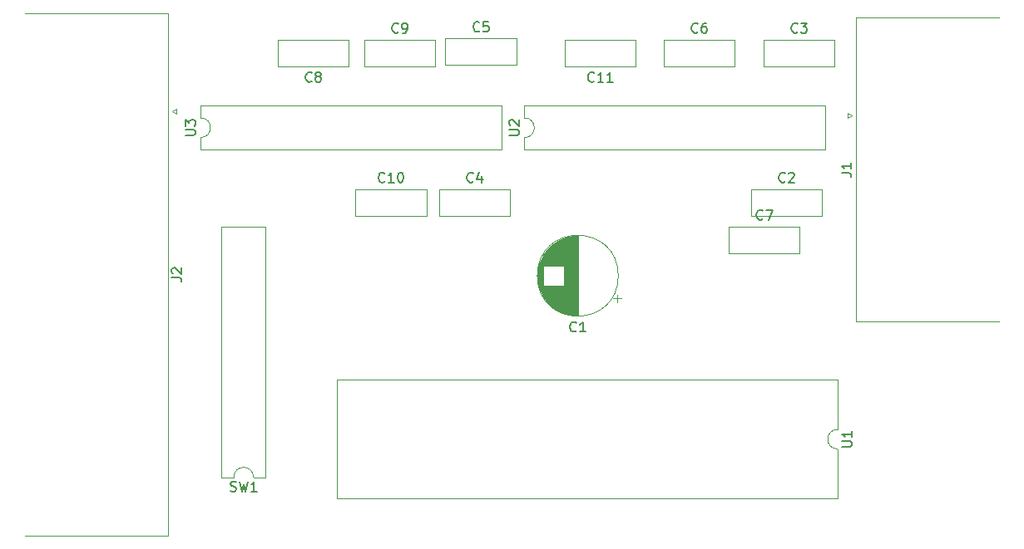
<source format=gbr>
G04 #@! TF.GenerationSoftware,KiCad,Pcbnew,5.0.2-bee76a0~70~ubuntu16.04.1*
G04 #@! TF.CreationDate,2022-01-23T08:06:22+01:00*
G04 #@! TF.ProjectId,SyncDongle,53796e63-446f-46e6-976c-652e6b696361,rev?*
G04 #@! TF.SameCoordinates,Original*
G04 #@! TF.FileFunction,Legend,Top*
G04 #@! TF.FilePolarity,Positive*
%FSLAX46Y46*%
G04 Gerber Fmt 4.6, Leading zero omitted, Abs format (unit mm)*
G04 Created by KiCad (PCBNEW 5.0.2-bee76a0~70~ubuntu16.04.1) date sön 23 jan 2022 08:06:22*
%MOMM*%
%LPD*%
G01*
G04 APERTURE LIST*
%ADD10C,0.120000*%
%ADD11C,0.150000*%
G04 APERTURE END LIST*
D10*
G04 #@! TO.C,C1*
X154268920Y-58265060D02*
G75*
G03X154268920Y-58265060I-4120000J0D01*
G01*
X150148920Y-62345060D02*
X150148920Y-54185060D01*
X150108920Y-62345060D02*
X150108920Y-54185060D01*
X150068920Y-62345060D02*
X150068920Y-54185060D01*
X150028920Y-62344060D02*
X150028920Y-54186060D01*
X149988920Y-62342060D02*
X149988920Y-54188060D01*
X149948920Y-62341060D02*
X149948920Y-54189060D01*
X149908920Y-62339060D02*
X149908920Y-54191060D01*
X149868920Y-62336060D02*
X149868920Y-54194060D01*
X149828920Y-62333060D02*
X149828920Y-54197060D01*
X149788920Y-62330060D02*
X149788920Y-54200060D01*
X149748920Y-62326060D02*
X149748920Y-54204060D01*
X149708920Y-62322060D02*
X149708920Y-54208060D01*
X149668920Y-62317060D02*
X149668920Y-54213060D01*
X149628920Y-62313060D02*
X149628920Y-54217060D01*
X149588920Y-62307060D02*
X149588920Y-54223060D01*
X149548920Y-62302060D02*
X149548920Y-54228060D01*
X149508920Y-62295060D02*
X149508920Y-54235060D01*
X149468920Y-62289060D02*
X149468920Y-54241060D01*
X149427920Y-62282060D02*
X149427920Y-54248060D01*
X149387920Y-62275060D02*
X149387920Y-54255060D01*
X149347920Y-62267060D02*
X149347920Y-54263060D01*
X149307920Y-62259060D02*
X149307920Y-54271060D01*
X149267920Y-62250060D02*
X149267920Y-54280060D01*
X149227920Y-62241060D02*
X149227920Y-54289060D01*
X149187920Y-62232060D02*
X149187920Y-54298060D01*
X149147920Y-62222060D02*
X149147920Y-54308060D01*
X149107920Y-62212060D02*
X149107920Y-54318060D01*
X149067920Y-62201060D02*
X149067920Y-54329060D01*
X149027920Y-62190060D02*
X149027920Y-54340060D01*
X148987920Y-62179060D02*
X148987920Y-54351060D01*
X148947920Y-62167060D02*
X148947920Y-54363060D01*
X148907920Y-62154060D02*
X148907920Y-54376060D01*
X148867920Y-62142060D02*
X148867920Y-54388060D01*
X148827920Y-62128060D02*
X148827920Y-54402060D01*
X148787920Y-62115060D02*
X148787920Y-54415060D01*
X148747920Y-62100060D02*
X148747920Y-54430060D01*
X148707920Y-62086060D02*
X148707920Y-54444060D01*
X148667920Y-62070060D02*
X148667920Y-59305060D01*
X148667920Y-57225060D02*
X148667920Y-54460060D01*
X148627920Y-62055060D02*
X148627920Y-59305060D01*
X148627920Y-57225060D02*
X148627920Y-54475060D01*
X148587920Y-62039060D02*
X148587920Y-59305060D01*
X148587920Y-57225060D02*
X148587920Y-54491060D01*
X148547920Y-62022060D02*
X148547920Y-59305060D01*
X148547920Y-57225060D02*
X148547920Y-54508060D01*
X148507920Y-62005060D02*
X148507920Y-59305060D01*
X148507920Y-57225060D02*
X148507920Y-54525060D01*
X148467920Y-61987060D02*
X148467920Y-59305060D01*
X148467920Y-57225060D02*
X148467920Y-54543060D01*
X148427920Y-61969060D02*
X148427920Y-59305060D01*
X148427920Y-57225060D02*
X148427920Y-54561060D01*
X148387920Y-61951060D02*
X148387920Y-59305060D01*
X148387920Y-57225060D02*
X148387920Y-54579060D01*
X148347920Y-61931060D02*
X148347920Y-59305060D01*
X148347920Y-57225060D02*
X148347920Y-54599060D01*
X148307920Y-61912060D02*
X148307920Y-59305060D01*
X148307920Y-57225060D02*
X148307920Y-54618060D01*
X148267920Y-61892060D02*
X148267920Y-59305060D01*
X148267920Y-57225060D02*
X148267920Y-54638060D01*
X148227920Y-61871060D02*
X148227920Y-59305060D01*
X148227920Y-57225060D02*
X148227920Y-54659060D01*
X148187920Y-61849060D02*
X148187920Y-59305060D01*
X148187920Y-57225060D02*
X148187920Y-54681060D01*
X148147920Y-61827060D02*
X148147920Y-59305060D01*
X148147920Y-57225060D02*
X148147920Y-54703060D01*
X148107920Y-61805060D02*
X148107920Y-59305060D01*
X148107920Y-57225060D02*
X148107920Y-54725060D01*
X148067920Y-61782060D02*
X148067920Y-59305060D01*
X148067920Y-57225060D02*
X148067920Y-54748060D01*
X148027920Y-61758060D02*
X148027920Y-59305060D01*
X148027920Y-57225060D02*
X148027920Y-54772060D01*
X147987920Y-61734060D02*
X147987920Y-59305060D01*
X147987920Y-57225060D02*
X147987920Y-54796060D01*
X147947920Y-61709060D02*
X147947920Y-59305060D01*
X147947920Y-57225060D02*
X147947920Y-54821060D01*
X147907920Y-61683060D02*
X147907920Y-59305060D01*
X147907920Y-57225060D02*
X147907920Y-54847060D01*
X147867920Y-61657060D02*
X147867920Y-59305060D01*
X147867920Y-57225060D02*
X147867920Y-54873060D01*
X147827920Y-61630060D02*
X147827920Y-59305060D01*
X147827920Y-57225060D02*
X147827920Y-54900060D01*
X147787920Y-61603060D02*
X147787920Y-59305060D01*
X147787920Y-57225060D02*
X147787920Y-54927060D01*
X147747920Y-61574060D02*
X147747920Y-59305060D01*
X147747920Y-57225060D02*
X147747920Y-54956060D01*
X147707920Y-61545060D02*
X147707920Y-59305060D01*
X147707920Y-57225060D02*
X147707920Y-54985060D01*
X147667920Y-61515060D02*
X147667920Y-59305060D01*
X147667920Y-57225060D02*
X147667920Y-55015060D01*
X147627920Y-61485060D02*
X147627920Y-59305060D01*
X147627920Y-57225060D02*
X147627920Y-55045060D01*
X147587920Y-61454060D02*
X147587920Y-59305060D01*
X147587920Y-57225060D02*
X147587920Y-55076060D01*
X147547920Y-61421060D02*
X147547920Y-59305060D01*
X147547920Y-57225060D02*
X147547920Y-55109060D01*
X147507920Y-61389060D02*
X147507920Y-59305060D01*
X147507920Y-57225060D02*
X147507920Y-55141060D01*
X147467920Y-61355060D02*
X147467920Y-59305060D01*
X147467920Y-57225060D02*
X147467920Y-55175060D01*
X147427920Y-61320060D02*
X147427920Y-59305060D01*
X147427920Y-57225060D02*
X147427920Y-55210060D01*
X147387920Y-61284060D02*
X147387920Y-59305060D01*
X147387920Y-57225060D02*
X147387920Y-55246060D01*
X147347920Y-61248060D02*
X147347920Y-59305060D01*
X147347920Y-57225060D02*
X147347920Y-55282060D01*
X147307920Y-61210060D02*
X147307920Y-59305060D01*
X147307920Y-57225060D02*
X147307920Y-55320060D01*
X147267920Y-61172060D02*
X147267920Y-59305060D01*
X147267920Y-57225060D02*
X147267920Y-55358060D01*
X147227920Y-61132060D02*
X147227920Y-59305060D01*
X147227920Y-57225060D02*
X147227920Y-55398060D01*
X147187920Y-61091060D02*
X147187920Y-59305060D01*
X147187920Y-57225060D02*
X147187920Y-55439060D01*
X147147920Y-61049060D02*
X147147920Y-59305060D01*
X147147920Y-57225060D02*
X147147920Y-55481060D01*
X147107920Y-61006060D02*
X147107920Y-59305060D01*
X147107920Y-57225060D02*
X147107920Y-55524060D01*
X147067920Y-60962060D02*
X147067920Y-59305060D01*
X147067920Y-57225060D02*
X147067920Y-55568060D01*
X147027920Y-60916060D02*
X147027920Y-59305060D01*
X147027920Y-57225060D02*
X147027920Y-55614060D01*
X146987920Y-60869060D02*
X146987920Y-59305060D01*
X146987920Y-57225060D02*
X146987920Y-55661060D01*
X146947920Y-60821060D02*
X146947920Y-59305060D01*
X146947920Y-57225060D02*
X146947920Y-55709060D01*
X146907920Y-60770060D02*
X146907920Y-59305060D01*
X146907920Y-57225060D02*
X146907920Y-55760060D01*
X146867920Y-60719060D02*
X146867920Y-59305060D01*
X146867920Y-57225060D02*
X146867920Y-55811060D01*
X146827920Y-60665060D02*
X146827920Y-59305060D01*
X146827920Y-57225060D02*
X146827920Y-55865060D01*
X146787920Y-60610060D02*
X146787920Y-59305060D01*
X146787920Y-57225060D02*
X146787920Y-55920060D01*
X146747920Y-60552060D02*
X146747920Y-59305060D01*
X146747920Y-57225060D02*
X146747920Y-55978060D01*
X146707920Y-60493060D02*
X146707920Y-59305060D01*
X146707920Y-57225060D02*
X146707920Y-56037060D01*
X146667920Y-60431060D02*
X146667920Y-59305060D01*
X146667920Y-57225060D02*
X146667920Y-56099060D01*
X146627920Y-60367060D02*
X146627920Y-59305060D01*
X146627920Y-57225060D02*
X146627920Y-56163060D01*
X146587920Y-60299060D02*
X146587920Y-56231060D01*
X146547920Y-60229060D02*
X146547920Y-56301060D01*
X146507920Y-60155060D02*
X146507920Y-56375060D01*
X146467920Y-60078060D02*
X146467920Y-56452060D01*
X146427920Y-59996060D02*
X146427920Y-56534060D01*
X146387920Y-59910060D02*
X146387920Y-56620060D01*
X146347920Y-59817060D02*
X146347920Y-56713060D01*
X146307920Y-59718060D02*
X146307920Y-56812060D01*
X146267920Y-59611060D02*
X146267920Y-56919060D01*
X146227920Y-59494060D02*
X146227920Y-57036060D01*
X146187920Y-59363060D02*
X146187920Y-57167060D01*
X146147920Y-59213060D02*
X146147920Y-57317060D01*
X146107920Y-59033060D02*
X146107920Y-57497060D01*
X146067920Y-58798060D02*
X146067920Y-57732060D01*
X154558618Y-60580060D02*
X153758618Y-60580060D01*
X154158618Y-60980060D02*
X154158618Y-60180060D01*
G04 #@! TO.C,C2*
X175030000Y-49430000D02*
X175030000Y-52170000D01*
X167790000Y-49430000D02*
X167790000Y-52170000D01*
X167790000Y-52170000D02*
X175030000Y-52170000D01*
X167790000Y-49430000D02*
X175030000Y-49430000D01*
G04 #@! TO.C,C3*
X169060000Y-34190000D02*
X176300000Y-34190000D01*
X169060000Y-36930000D02*
X176300000Y-36930000D01*
X169060000Y-34190000D02*
X169060000Y-36930000D01*
X176300000Y-34190000D02*
X176300000Y-36930000D01*
G04 #@! TO.C,C4*
X143280000Y-49430000D02*
X143280000Y-52170000D01*
X136040000Y-49430000D02*
X136040000Y-52170000D01*
X136040000Y-52170000D02*
X143280000Y-52170000D01*
X136040000Y-49430000D02*
X143280000Y-49430000D01*
G04 #@! TO.C,C5*
X136675000Y-34063000D02*
X143915000Y-34063000D01*
X136675000Y-36803000D02*
X143915000Y-36803000D01*
X136675000Y-34063000D02*
X136675000Y-36803000D01*
X143915000Y-34063000D02*
X143915000Y-36803000D01*
G04 #@! TO.C,C6*
X158900000Y-34190000D02*
X166140000Y-34190000D01*
X158900000Y-36930000D02*
X166140000Y-36930000D01*
X158900000Y-34190000D02*
X158900000Y-36930000D01*
X166140000Y-34190000D02*
X166140000Y-36930000D01*
G04 #@! TO.C,C7*
X172744000Y-53240000D02*
X172744000Y-55980000D01*
X165504000Y-53240000D02*
X165504000Y-55980000D01*
X165504000Y-55980000D02*
X172744000Y-55980000D01*
X165504000Y-53240000D02*
X172744000Y-53240000D01*
G04 #@! TO.C,C8*
X119610000Y-36930000D02*
X119610000Y-34190000D01*
X126850000Y-36930000D02*
X126850000Y-34190000D01*
X126850000Y-34190000D02*
X119610000Y-34190000D01*
X126850000Y-36930000D02*
X119610000Y-36930000D01*
G04 #@! TO.C,C9*
X128420000Y-34190000D02*
X135660000Y-34190000D01*
X128420000Y-36930000D02*
X135660000Y-36930000D01*
X128420000Y-34190000D02*
X128420000Y-36930000D01*
X135660000Y-34190000D02*
X135660000Y-36930000D01*
G04 #@! TO.C,C10*
X127513220Y-49430000D02*
X134753220Y-49430000D01*
X127513220Y-52170000D02*
X134753220Y-52170000D01*
X127513220Y-49430000D02*
X127513220Y-52170000D01*
X134753220Y-49430000D02*
X134753220Y-52170000D01*
G04 #@! TO.C,C11*
X148820000Y-36930000D02*
X148820000Y-34190000D01*
X156060000Y-36930000D02*
X156060000Y-34190000D01*
X156060000Y-34190000D02*
X148820000Y-34190000D01*
X156060000Y-36930000D02*
X148820000Y-36930000D01*
G04 #@! TO.C,J1*
X193020000Y-62935000D02*
X178480000Y-62935000D01*
X178480000Y-62935000D02*
X178480000Y-31965000D01*
X178480000Y-31965000D02*
X193020000Y-31965000D01*
X177585662Y-42160000D02*
X177585662Y-41660000D01*
X177585662Y-41660000D02*
X178018675Y-41910000D01*
X178018675Y-41910000D02*
X177585662Y-42160000D01*
G04 #@! TO.C,J2*
X93880620Y-31508520D02*
X108420620Y-31508520D01*
X108420620Y-31508520D02*
X108420620Y-84728520D01*
X108420620Y-84728520D02*
X93880620Y-84728520D01*
X109314958Y-41248520D02*
X109314958Y-41748520D01*
X109314958Y-41748520D02*
X108881945Y-41498520D01*
X108881945Y-41498520D02*
X109314958Y-41248520D01*
G04 #@! TO.C,SW1*
X115136420Y-78800000D02*
G75*
G02X117136420Y-78800000I1000000J0D01*
G01*
X117136420Y-78800000D02*
X118386420Y-78800000D01*
X118386420Y-78800000D02*
X118386420Y-53280000D01*
X118386420Y-53280000D02*
X113886420Y-53280000D01*
X113886420Y-53280000D02*
X113886420Y-78800000D01*
X113886420Y-78800000D02*
X115136420Y-78800000D01*
G04 #@! TO.C,U1*
X176590000Y-75930000D02*
G75*
G02X176590000Y-73930000I0J1000000D01*
G01*
X176590000Y-73930000D02*
X176590000Y-68870000D01*
X176590000Y-68870000D02*
X125670000Y-68870000D01*
X125670000Y-68870000D02*
X125670000Y-80990000D01*
X125670000Y-80990000D02*
X176590000Y-80990000D01*
X176590000Y-80990000D02*
X176590000Y-75930000D01*
G04 #@! TO.C,U2*
X144720000Y-42180000D02*
G75*
G02X144720000Y-44180000I0J-1000000D01*
G01*
X144720000Y-44180000D02*
X144720000Y-45430000D01*
X144720000Y-45430000D02*
X175320000Y-45430000D01*
X175320000Y-45430000D02*
X175320000Y-40930000D01*
X175320000Y-40930000D02*
X144720000Y-40930000D01*
X144720000Y-40930000D02*
X144720000Y-42180000D01*
G04 #@! TO.C,U3*
X111760960Y-40930000D02*
X111760960Y-42180000D01*
X142360960Y-40930000D02*
X111760960Y-40930000D01*
X142360960Y-45430000D02*
X142360960Y-40930000D01*
X111760960Y-45430000D02*
X142360960Y-45430000D01*
X111760960Y-44180000D02*
X111760960Y-45430000D01*
X111760960Y-42180000D02*
G75*
G02X111760960Y-44180000I0J-1000000D01*
G01*
G04 #@! TO.C,C1*
D11*
X149982253Y-63872202D02*
X149934634Y-63919821D01*
X149791777Y-63967440D01*
X149696539Y-63967440D01*
X149553681Y-63919821D01*
X149458443Y-63824583D01*
X149410824Y-63729345D01*
X149363205Y-63538869D01*
X149363205Y-63396012D01*
X149410824Y-63205536D01*
X149458443Y-63110298D01*
X149553681Y-63015060D01*
X149696539Y-62967440D01*
X149791777Y-62967440D01*
X149934634Y-63015060D01*
X149982253Y-63062679D01*
X150934634Y-63967440D02*
X150363205Y-63967440D01*
X150648920Y-63967440D02*
X150648920Y-62967440D01*
X150553681Y-63110298D01*
X150458443Y-63205536D01*
X150363205Y-63253155D01*
G04 #@! TO.C,C2*
X171243333Y-48657142D02*
X171195714Y-48704761D01*
X171052857Y-48752380D01*
X170957619Y-48752380D01*
X170814761Y-48704761D01*
X170719523Y-48609523D01*
X170671904Y-48514285D01*
X170624285Y-48323809D01*
X170624285Y-48180952D01*
X170671904Y-47990476D01*
X170719523Y-47895238D01*
X170814761Y-47800000D01*
X170957619Y-47752380D01*
X171052857Y-47752380D01*
X171195714Y-47800000D01*
X171243333Y-47847619D01*
X171624285Y-47847619D02*
X171671904Y-47800000D01*
X171767142Y-47752380D01*
X172005238Y-47752380D01*
X172100476Y-47800000D01*
X172148095Y-47847619D01*
X172195714Y-47942857D01*
X172195714Y-48038095D01*
X172148095Y-48180952D01*
X171576666Y-48752380D01*
X172195714Y-48752380D01*
G04 #@! TO.C,C3*
X172513333Y-33417142D02*
X172465714Y-33464761D01*
X172322857Y-33512380D01*
X172227619Y-33512380D01*
X172084761Y-33464761D01*
X171989523Y-33369523D01*
X171941904Y-33274285D01*
X171894285Y-33083809D01*
X171894285Y-32940952D01*
X171941904Y-32750476D01*
X171989523Y-32655238D01*
X172084761Y-32560000D01*
X172227619Y-32512380D01*
X172322857Y-32512380D01*
X172465714Y-32560000D01*
X172513333Y-32607619D01*
X172846666Y-32512380D02*
X173465714Y-32512380D01*
X173132380Y-32893333D01*
X173275238Y-32893333D01*
X173370476Y-32940952D01*
X173418095Y-32988571D01*
X173465714Y-33083809D01*
X173465714Y-33321904D01*
X173418095Y-33417142D01*
X173370476Y-33464761D01*
X173275238Y-33512380D01*
X172989523Y-33512380D01*
X172894285Y-33464761D01*
X172846666Y-33417142D01*
G04 #@! TO.C,C4*
X139493333Y-48657142D02*
X139445714Y-48704761D01*
X139302857Y-48752380D01*
X139207619Y-48752380D01*
X139064761Y-48704761D01*
X138969523Y-48609523D01*
X138921904Y-48514285D01*
X138874285Y-48323809D01*
X138874285Y-48180952D01*
X138921904Y-47990476D01*
X138969523Y-47895238D01*
X139064761Y-47800000D01*
X139207619Y-47752380D01*
X139302857Y-47752380D01*
X139445714Y-47800000D01*
X139493333Y-47847619D01*
X140350476Y-48085714D02*
X140350476Y-48752380D01*
X140112380Y-47704761D02*
X139874285Y-48419047D01*
X140493333Y-48419047D01*
G04 #@! TO.C,C5*
X140128333Y-33290142D02*
X140080714Y-33337761D01*
X139937857Y-33385380D01*
X139842619Y-33385380D01*
X139699761Y-33337761D01*
X139604523Y-33242523D01*
X139556904Y-33147285D01*
X139509285Y-32956809D01*
X139509285Y-32813952D01*
X139556904Y-32623476D01*
X139604523Y-32528238D01*
X139699761Y-32433000D01*
X139842619Y-32385380D01*
X139937857Y-32385380D01*
X140080714Y-32433000D01*
X140128333Y-32480619D01*
X141033095Y-32385380D02*
X140556904Y-32385380D01*
X140509285Y-32861571D01*
X140556904Y-32813952D01*
X140652142Y-32766333D01*
X140890238Y-32766333D01*
X140985476Y-32813952D01*
X141033095Y-32861571D01*
X141080714Y-32956809D01*
X141080714Y-33194904D01*
X141033095Y-33290142D01*
X140985476Y-33337761D01*
X140890238Y-33385380D01*
X140652142Y-33385380D01*
X140556904Y-33337761D01*
X140509285Y-33290142D01*
G04 #@! TO.C,C6*
X162353333Y-33417142D02*
X162305714Y-33464761D01*
X162162857Y-33512380D01*
X162067619Y-33512380D01*
X161924761Y-33464761D01*
X161829523Y-33369523D01*
X161781904Y-33274285D01*
X161734285Y-33083809D01*
X161734285Y-32940952D01*
X161781904Y-32750476D01*
X161829523Y-32655238D01*
X161924761Y-32560000D01*
X162067619Y-32512380D01*
X162162857Y-32512380D01*
X162305714Y-32560000D01*
X162353333Y-32607619D01*
X163210476Y-32512380D02*
X163020000Y-32512380D01*
X162924761Y-32560000D01*
X162877142Y-32607619D01*
X162781904Y-32750476D01*
X162734285Y-32940952D01*
X162734285Y-33321904D01*
X162781904Y-33417142D01*
X162829523Y-33464761D01*
X162924761Y-33512380D01*
X163115238Y-33512380D01*
X163210476Y-33464761D01*
X163258095Y-33417142D01*
X163305714Y-33321904D01*
X163305714Y-33083809D01*
X163258095Y-32988571D01*
X163210476Y-32940952D01*
X163115238Y-32893333D01*
X162924761Y-32893333D01*
X162829523Y-32940952D01*
X162781904Y-32988571D01*
X162734285Y-33083809D01*
G04 #@! TO.C,C7*
X168957333Y-52467142D02*
X168909714Y-52514761D01*
X168766857Y-52562380D01*
X168671619Y-52562380D01*
X168528761Y-52514761D01*
X168433523Y-52419523D01*
X168385904Y-52324285D01*
X168338285Y-52133809D01*
X168338285Y-51990952D01*
X168385904Y-51800476D01*
X168433523Y-51705238D01*
X168528761Y-51610000D01*
X168671619Y-51562380D01*
X168766857Y-51562380D01*
X168909714Y-51610000D01*
X168957333Y-51657619D01*
X169290666Y-51562380D02*
X169957333Y-51562380D01*
X169528761Y-52562380D01*
G04 #@! TO.C,C8*
X123063333Y-38417142D02*
X123015714Y-38464761D01*
X122872857Y-38512380D01*
X122777619Y-38512380D01*
X122634761Y-38464761D01*
X122539523Y-38369523D01*
X122491904Y-38274285D01*
X122444285Y-38083809D01*
X122444285Y-37940952D01*
X122491904Y-37750476D01*
X122539523Y-37655238D01*
X122634761Y-37560000D01*
X122777619Y-37512380D01*
X122872857Y-37512380D01*
X123015714Y-37560000D01*
X123063333Y-37607619D01*
X123634761Y-37940952D02*
X123539523Y-37893333D01*
X123491904Y-37845714D01*
X123444285Y-37750476D01*
X123444285Y-37702857D01*
X123491904Y-37607619D01*
X123539523Y-37560000D01*
X123634761Y-37512380D01*
X123825238Y-37512380D01*
X123920476Y-37560000D01*
X123968095Y-37607619D01*
X124015714Y-37702857D01*
X124015714Y-37750476D01*
X123968095Y-37845714D01*
X123920476Y-37893333D01*
X123825238Y-37940952D01*
X123634761Y-37940952D01*
X123539523Y-37988571D01*
X123491904Y-38036190D01*
X123444285Y-38131428D01*
X123444285Y-38321904D01*
X123491904Y-38417142D01*
X123539523Y-38464761D01*
X123634761Y-38512380D01*
X123825238Y-38512380D01*
X123920476Y-38464761D01*
X123968095Y-38417142D01*
X124015714Y-38321904D01*
X124015714Y-38131428D01*
X123968095Y-38036190D01*
X123920476Y-37988571D01*
X123825238Y-37940952D01*
G04 #@! TO.C,C9*
X131873333Y-33417142D02*
X131825714Y-33464761D01*
X131682857Y-33512380D01*
X131587619Y-33512380D01*
X131444761Y-33464761D01*
X131349523Y-33369523D01*
X131301904Y-33274285D01*
X131254285Y-33083809D01*
X131254285Y-32940952D01*
X131301904Y-32750476D01*
X131349523Y-32655238D01*
X131444761Y-32560000D01*
X131587619Y-32512380D01*
X131682857Y-32512380D01*
X131825714Y-32560000D01*
X131873333Y-32607619D01*
X132349523Y-33512380D02*
X132540000Y-33512380D01*
X132635238Y-33464761D01*
X132682857Y-33417142D01*
X132778095Y-33274285D01*
X132825714Y-33083809D01*
X132825714Y-32702857D01*
X132778095Y-32607619D01*
X132730476Y-32560000D01*
X132635238Y-32512380D01*
X132444761Y-32512380D01*
X132349523Y-32560000D01*
X132301904Y-32607619D01*
X132254285Y-32702857D01*
X132254285Y-32940952D01*
X132301904Y-33036190D01*
X132349523Y-33083809D01*
X132444761Y-33131428D01*
X132635238Y-33131428D01*
X132730476Y-33083809D01*
X132778095Y-33036190D01*
X132825714Y-32940952D01*
G04 #@! TO.C,C10*
X130490362Y-48657142D02*
X130442743Y-48704761D01*
X130299886Y-48752380D01*
X130204648Y-48752380D01*
X130061791Y-48704761D01*
X129966553Y-48609523D01*
X129918934Y-48514285D01*
X129871315Y-48323809D01*
X129871315Y-48180952D01*
X129918934Y-47990476D01*
X129966553Y-47895238D01*
X130061791Y-47800000D01*
X130204648Y-47752380D01*
X130299886Y-47752380D01*
X130442743Y-47800000D01*
X130490362Y-47847619D01*
X131442743Y-48752380D02*
X130871315Y-48752380D01*
X131157029Y-48752380D02*
X131157029Y-47752380D01*
X131061791Y-47895238D01*
X130966553Y-47990476D01*
X130871315Y-48038095D01*
X132061791Y-47752380D02*
X132157029Y-47752380D01*
X132252267Y-47800000D01*
X132299886Y-47847619D01*
X132347505Y-47942857D01*
X132395124Y-48133333D01*
X132395124Y-48371428D01*
X132347505Y-48561904D01*
X132299886Y-48657142D01*
X132252267Y-48704761D01*
X132157029Y-48752380D01*
X132061791Y-48752380D01*
X131966553Y-48704761D01*
X131918934Y-48657142D01*
X131871315Y-48561904D01*
X131823696Y-48371428D01*
X131823696Y-48133333D01*
X131871315Y-47942857D01*
X131918934Y-47847619D01*
X131966553Y-47800000D01*
X132061791Y-47752380D01*
G04 #@! TO.C,C11*
X151797142Y-38417142D02*
X151749523Y-38464761D01*
X151606666Y-38512380D01*
X151511428Y-38512380D01*
X151368571Y-38464761D01*
X151273333Y-38369523D01*
X151225714Y-38274285D01*
X151178095Y-38083809D01*
X151178095Y-37940952D01*
X151225714Y-37750476D01*
X151273333Y-37655238D01*
X151368571Y-37560000D01*
X151511428Y-37512380D01*
X151606666Y-37512380D01*
X151749523Y-37560000D01*
X151797142Y-37607619D01*
X152749523Y-38512380D02*
X152178095Y-38512380D01*
X152463809Y-38512380D02*
X152463809Y-37512380D01*
X152368571Y-37655238D01*
X152273333Y-37750476D01*
X152178095Y-37798095D01*
X153701904Y-38512380D02*
X153130476Y-38512380D01*
X153416190Y-38512380D02*
X153416190Y-37512380D01*
X153320952Y-37655238D01*
X153225714Y-37750476D01*
X153130476Y-37798095D01*
G04 #@! TO.C,J1*
X176992380Y-47783333D02*
X177706666Y-47783333D01*
X177849523Y-47830952D01*
X177944761Y-47926190D01*
X177992380Y-48069047D01*
X177992380Y-48164285D01*
X177992380Y-46783333D02*
X177992380Y-47354761D01*
X177992380Y-47069047D02*
X176992380Y-47069047D01*
X177135238Y-47164285D01*
X177230476Y-47259523D01*
X177278095Y-47354761D01*
G04 #@! TO.C,J2*
X108813000Y-58451853D02*
X109527286Y-58451853D01*
X109670143Y-58499472D01*
X109765381Y-58594710D01*
X109813000Y-58737567D01*
X109813000Y-58832805D01*
X108908239Y-58023281D02*
X108860620Y-57975662D01*
X108813000Y-57880424D01*
X108813000Y-57642329D01*
X108860620Y-57547091D01*
X108908239Y-57499472D01*
X109003477Y-57451853D01*
X109098715Y-57451853D01*
X109241572Y-57499472D01*
X109813000Y-58070900D01*
X109813000Y-57451853D01*
G04 #@! TO.C,SW1*
X114803086Y-80204761D02*
X114945943Y-80252380D01*
X115184039Y-80252380D01*
X115279277Y-80204761D01*
X115326896Y-80157142D01*
X115374515Y-80061904D01*
X115374515Y-79966666D01*
X115326896Y-79871428D01*
X115279277Y-79823809D01*
X115184039Y-79776190D01*
X114993562Y-79728571D01*
X114898324Y-79680952D01*
X114850705Y-79633333D01*
X114803086Y-79538095D01*
X114803086Y-79442857D01*
X114850705Y-79347619D01*
X114898324Y-79300000D01*
X114993562Y-79252380D01*
X115231658Y-79252380D01*
X115374515Y-79300000D01*
X115707848Y-79252380D02*
X115945943Y-80252380D01*
X116136420Y-79538095D01*
X116326896Y-80252380D01*
X116564991Y-79252380D01*
X117469753Y-80252380D02*
X116898324Y-80252380D01*
X117184039Y-80252380D02*
X117184039Y-79252380D01*
X117088800Y-79395238D01*
X116993562Y-79490476D01*
X116898324Y-79538095D01*
G04 #@! TO.C,U1*
X177042380Y-75691904D02*
X177851904Y-75691904D01*
X177947142Y-75644285D01*
X177994761Y-75596666D01*
X178042380Y-75501428D01*
X178042380Y-75310952D01*
X177994761Y-75215714D01*
X177947142Y-75168095D01*
X177851904Y-75120476D01*
X177042380Y-75120476D01*
X178042380Y-74120476D02*
X178042380Y-74691904D01*
X178042380Y-74406190D02*
X177042380Y-74406190D01*
X177185238Y-74501428D01*
X177280476Y-74596666D01*
X177328095Y-74691904D01*
G04 #@! TO.C,U2*
X143172380Y-43941904D02*
X143981904Y-43941904D01*
X144077142Y-43894285D01*
X144124761Y-43846666D01*
X144172380Y-43751428D01*
X144172380Y-43560952D01*
X144124761Y-43465714D01*
X144077142Y-43418095D01*
X143981904Y-43370476D01*
X143172380Y-43370476D01*
X143267619Y-42941904D02*
X143220000Y-42894285D01*
X143172380Y-42799047D01*
X143172380Y-42560952D01*
X143220000Y-42465714D01*
X143267619Y-42418095D01*
X143362857Y-42370476D01*
X143458095Y-42370476D01*
X143600952Y-42418095D01*
X144172380Y-42989523D01*
X144172380Y-42370476D01*
G04 #@! TO.C,U3*
X110213340Y-43941904D02*
X111022864Y-43941904D01*
X111118102Y-43894285D01*
X111165721Y-43846666D01*
X111213340Y-43751428D01*
X111213340Y-43560952D01*
X111165721Y-43465714D01*
X111118102Y-43418095D01*
X111022864Y-43370476D01*
X110213340Y-43370476D01*
X110213340Y-42989523D02*
X110213340Y-42370476D01*
X110594293Y-42703809D01*
X110594293Y-42560952D01*
X110641912Y-42465714D01*
X110689531Y-42418095D01*
X110784769Y-42370476D01*
X111022864Y-42370476D01*
X111118102Y-42418095D01*
X111165721Y-42465714D01*
X111213340Y-42560952D01*
X111213340Y-42846666D01*
X111165721Y-42941904D01*
X111118102Y-42989523D01*
G04 #@! TD*
M02*

</source>
